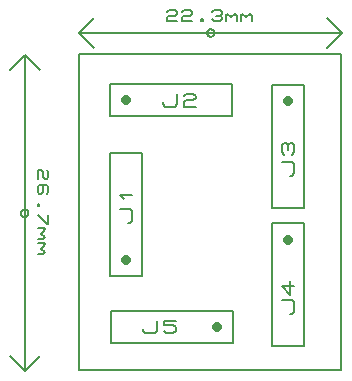
<source format=gbr>
G04 PROTEUS GERBER X2 FILE*
%TF.GenerationSoftware,Labcenter,Proteus,8.12-SP2-Build31155*%
%TF.CreationDate,2022-11-29T14:37:22+00:00*%
%TF.FileFunction,AssemblyDrawing,Top*%
%TF.FilePolarity,Positive*%
%TF.Part,Single*%
%TF.SameCoordinates,{cdb8bdd9-3100-4a82-a298-9d7ddda5625f}*%
%FSLAX45Y45*%
%MOMM*%
G01*
%TA.AperFunction,NonMaterial*%
%ADD14C,0.203200*%
%TA.AperFunction,Material*%
%ADD16C,0.203200*%
%ADD70C,0.812800*%
%ADD71C,0.177800*%
%TA.AperFunction,Profile*%
%ADD15C,0.203200*%
%TD.AperFunction*%
D14*
X-4550000Y+4060000D02*
X-2320000Y+4060000D01*
X-4550000Y+4060000D02*
X-4423000Y+3933000D01*
X-4550000Y+4060000D02*
X-4423000Y+4187000D01*
X-2320000Y+4060000D02*
X-2447000Y+4187000D01*
X-2320000Y+4060000D02*
X-2447000Y+3933000D01*
X-3403250Y+4060000D02*
X-3403359Y+4062634D01*
X-3404249Y+4067903D01*
X-3406111Y+4073172D01*
X-3409154Y+4078441D01*
X-3413809Y+4083643D01*
X-3419078Y+4087469D01*
X-3424347Y+4089909D01*
X-3429616Y+4091290D01*
X-3434885Y+4091750D01*
X-3435000Y+4091750D01*
X-3466750Y+4060000D02*
X-3466641Y+4062634D01*
X-3465751Y+4067903D01*
X-3463889Y+4073172D01*
X-3460846Y+4078441D01*
X-3456191Y+4083643D01*
X-3450922Y+4087469D01*
X-3445653Y+4089909D01*
X-3440384Y+4091290D01*
X-3435115Y+4091750D01*
X-3435000Y+4091750D01*
X-3466750Y+4060000D02*
X-3466641Y+4057366D01*
X-3465751Y+4052097D01*
X-3463889Y+4046828D01*
X-3460846Y+4041559D01*
X-3456191Y+4036357D01*
X-3450922Y+4032531D01*
X-3445653Y+4030091D01*
X-3440384Y+4028710D01*
X-3435115Y+4028250D01*
X-3435000Y+4028250D01*
X-3403250Y+4060000D02*
X-3403359Y+4057366D01*
X-3404249Y+4052097D01*
X-3406111Y+4046828D01*
X-3409154Y+4041559D01*
X-3413809Y+4036357D01*
X-3419078Y+4032531D01*
X-3424347Y+4030091D01*
X-3429616Y+4028710D01*
X-3434885Y+4028250D01*
X-3435000Y+4028250D01*
X-3800125Y+4236840D02*
X-3784250Y+4252080D01*
X-3736625Y+4252080D01*
X-3720750Y+4236840D01*
X-3720750Y+4221600D01*
X-3736625Y+4206360D01*
X-3784250Y+4206360D01*
X-3800125Y+4191120D01*
X-3800125Y+4160640D01*
X-3720750Y+4160640D01*
X-3673125Y+4236840D02*
X-3657250Y+4252080D01*
X-3609625Y+4252080D01*
X-3593750Y+4236840D01*
X-3593750Y+4221600D01*
X-3609625Y+4206360D01*
X-3657250Y+4206360D01*
X-3673125Y+4191120D01*
X-3673125Y+4160640D01*
X-3593750Y+4160640D01*
X-3514375Y+4175880D02*
X-3498500Y+4175880D01*
X-3498500Y+4160640D01*
X-3514375Y+4160640D01*
X-3514375Y+4175880D01*
X-3419125Y+4236840D02*
X-3403250Y+4252080D01*
X-3355625Y+4252080D01*
X-3339750Y+4236840D01*
X-3339750Y+4221600D01*
X-3355625Y+4206360D01*
X-3339750Y+4191120D01*
X-3339750Y+4175880D01*
X-3355625Y+4160640D01*
X-3403250Y+4160640D01*
X-3419125Y+4175880D01*
X-3387375Y+4206360D02*
X-3355625Y+4206360D01*
X-3308000Y+4160640D02*
X-3308000Y+4221600D01*
X-3308000Y+4206360D02*
X-3292125Y+4221600D01*
X-3260375Y+4191120D01*
X-3228625Y+4221600D01*
X-3212750Y+4206360D01*
X-3212750Y+4160640D01*
X-3181000Y+4160640D02*
X-3181000Y+4221600D01*
X-3181000Y+4206360D02*
X-3165125Y+4221600D01*
X-3133375Y+4191120D01*
X-3101625Y+4221600D01*
X-3085750Y+4206360D01*
X-3085750Y+4160640D01*
X-5010000Y+3870000D02*
X-5010000Y+1200000D01*
X-5010000Y+3870000D02*
X-5137000Y+3743000D01*
X-5010000Y+3870000D02*
X-4883000Y+3743000D01*
X-5010000Y+1200000D02*
X-4883000Y+1327000D01*
X-5010000Y+1200000D02*
X-5137000Y+1327000D01*
X-4978250Y+2535000D02*
X-4978359Y+2537634D01*
X-4979249Y+2542903D01*
X-4981111Y+2548172D01*
X-4984154Y+2553441D01*
X-4988809Y+2558643D01*
X-4994078Y+2562469D01*
X-4999347Y+2564909D01*
X-5004616Y+2566290D01*
X-5009885Y+2566750D01*
X-5010000Y+2566750D01*
X-5041750Y+2535000D02*
X-5041641Y+2537634D01*
X-5040751Y+2542903D01*
X-5038889Y+2548172D01*
X-5035846Y+2553441D01*
X-5031191Y+2558643D01*
X-5025922Y+2562469D01*
X-5020653Y+2564909D01*
X-5015384Y+2566290D01*
X-5010115Y+2566750D01*
X-5010000Y+2566750D01*
X-5041750Y+2535000D02*
X-5041641Y+2532366D01*
X-5040751Y+2527097D01*
X-5038889Y+2521828D01*
X-5035846Y+2516559D01*
X-5031191Y+2511357D01*
X-5025922Y+2507531D01*
X-5020653Y+2505091D01*
X-5015384Y+2503710D01*
X-5010115Y+2503250D01*
X-5010000Y+2503250D01*
X-4978250Y+2535000D02*
X-4978359Y+2532366D01*
X-4979249Y+2527097D01*
X-4981111Y+2521828D01*
X-4984154Y+2516559D01*
X-4988809Y+2511357D01*
X-4994078Y+2507531D01*
X-4999347Y+2505091D01*
X-5004616Y+2503710D01*
X-5009885Y+2503250D01*
X-5010000Y+2503250D01*
X-4823160Y+2900125D02*
X-4807920Y+2884250D01*
X-4807920Y+2836625D01*
X-4823160Y+2820750D01*
X-4838400Y+2820750D01*
X-4853640Y+2836625D01*
X-4853640Y+2884250D01*
X-4868880Y+2900125D01*
X-4899360Y+2900125D01*
X-4899360Y+2820750D01*
X-4823160Y+2693750D02*
X-4807920Y+2709625D01*
X-4807920Y+2757250D01*
X-4823160Y+2773125D01*
X-4884120Y+2773125D01*
X-4899360Y+2757250D01*
X-4899360Y+2709625D01*
X-4884120Y+2693750D01*
X-4868880Y+2693750D01*
X-4853640Y+2709625D01*
X-4853640Y+2773125D01*
X-4884120Y+2614375D02*
X-4884120Y+2598500D01*
X-4899360Y+2598500D01*
X-4899360Y+2614375D01*
X-4884120Y+2614375D01*
X-4807920Y+2519125D02*
X-4807920Y+2439750D01*
X-4823160Y+2439750D01*
X-4899360Y+2519125D01*
X-4899360Y+2408000D02*
X-4838400Y+2408000D01*
X-4853640Y+2408000D02*
X-4838400Y+2392125D01*
X-4868880Y+2360375D01*
X-4838400Y+2328625D01*
X-4853640Y+2312750D01*
X-4899360Y+2312750D01*
X-4899360Y+2281000D02*
X-4838400Y+2281000D01*
X-4853640Y+2281000D02*
X-4838400Y+2265125D01*
X-4868880Y+2233375D01*
X-4838400Y+2201625D01*
X-4853640Y+2185750D01*
X-4899360Y+2185750D01*
D16*
X-4287160Y+2002840D02*
X-4012840Y+2002840D01*
X-4012840Y+3039160D01*
X-4287160Y+3039160D01*
X-4287160Y+2002840D01*
D70*
X-4150000Y+2140000D02*
X-4150000Y+2140000D01*
D71*
X-4132220Y+2449880D02*
X-4114440Y+2449880D01*
X-4096660Y+2469882D01*
X-4096660Y+2549892D01*
X-4114440Y+2569895D01*
X-4203340Y+2569895D01*
X-4167780Y+2649905D02*
X-4203340Y+2689910D01*
X-4096660Y+2689910D01*
D16*
X-4287160Y+3352840D02*
X-3250840Y+3352840D01*
X-3250840Y+3627160D01*
X-4287160Y+3627160D01*
X-4287160Y+3352840D01*
D70*
X-4150000Y+3490000D02*
X-4150000Y+3490000D01*
D71*
X-3840120Y+3472220D02*
X-3840120Y+3454440D01*
X-3820118Y+3436660D01*
X-3740108Y+3436660D01*
X-3720105Y+3454440D01*
X-3720105Y+3543340D01*
X-3660098Y+3525560D02*
X-3640095Y+3543340D01*
X-3580088Y+3543340D01*
X-3560085Y+3525560D01*
X-3560085Y+3507780D01*
X-3580088Y+3490000D01*
X-3640095Y+3490000D01*
X-3660098Y+3472220D01*
X-3660098Y+3436660D01*
X-3560085Y+3436660D01*
D16*
X-2917160Y+2580840D02*
X-2642840Y+2580840D01*
X-2642840Y+3617160D01*
X-2917160Y+3617160D01*
X-2917160Y+2580840D01*
D70*
X-2780000Y+3480000D02*
X-2780000Y+3480000D01*
D71*
X-2762220Y+2850080D02*
X-2744440Y+2850080D01*
X-2726660Y+2870082D01*
X-2726660Y+2950092D01*
X-2744440Y+2970095D01*
X-2833340Y+2970095D01*
X-2815560Y+3030102D02*
X-2833340Y+3050105D01*
X-2833340Y+3110112D01*
X-2815560Y+3130115D01*
X-2797780Y+3130115D01*
X-2780000Y+3110112D01*
X-2762220Y+3130115D01*
X-2744440Y+3130115D01*
X-2726660Y+3110112D01*
X-2726660Y+3050105D01*
X-2744440Y+3030102D01*
X-2780000Y+3070107D02*
X-2780000Y+3110112D01*
D16*
X-2917160Y+1410840D02*
X-2642840Y+1410840D01*
X-2642840Y+2447160D01*
X-2917160Y+2447160D01*
X-2917160Y+1410840D01*
D70*
X-2780000Y+2310000D02*
X-2780000Y+2310000D01*
D71*
X-2762220Y+1680080D02*
X-2744440Y+1680080D01*
X-2726660Y+1700082D01*
X-2726660Y+1780092D01*
X-2744440Y+1800095D01*
X-2833340Y+1800095D01*
X-2762220Y+1960115D02*
X-2762220Y+1840100D01*
X-2833340Y+1920110D01*
X-2726660Y+1920110D01*
D16*
X-4279160Y+1432840D02*
X-3242840Y+1432840D01*
X-3242840Y+1707160D01*
X-4279160Y+1707160D01*
X-4279160Y+1432840D01*
D70*
X-3380000Y+1570000D02*
X-3380000Y+1570000D01*
D71*
X-4009920Y+1552220D02*
X-4009920Y+1534440D01*
X-3989918Y+1516660D01*
X-3909908Y+1516660D01*
X-3889905Y+1534440D01*
X-3889905Y+1623340D01*
X-3729885Y+1623340D02*
X-3829898Y+1623340D01*
X-3829898Y+1587780D01*
X-3749888Y+1587780D01*
X-3729885Y+1570000D01*
X-3729885Y+1534440D01*
X-3749888Y+1516660D01*
X-3809895Y+1516660D01*
X-3829898Y+1534440D01*
D15*
X-4550000Y+1210000D02*
X-2330000Y+1210000D01*
X-2330000Y+3881740D01*
X-4550000Y+3881740D01*
X-4550000Y+1210000D01*
M02*

</source>
